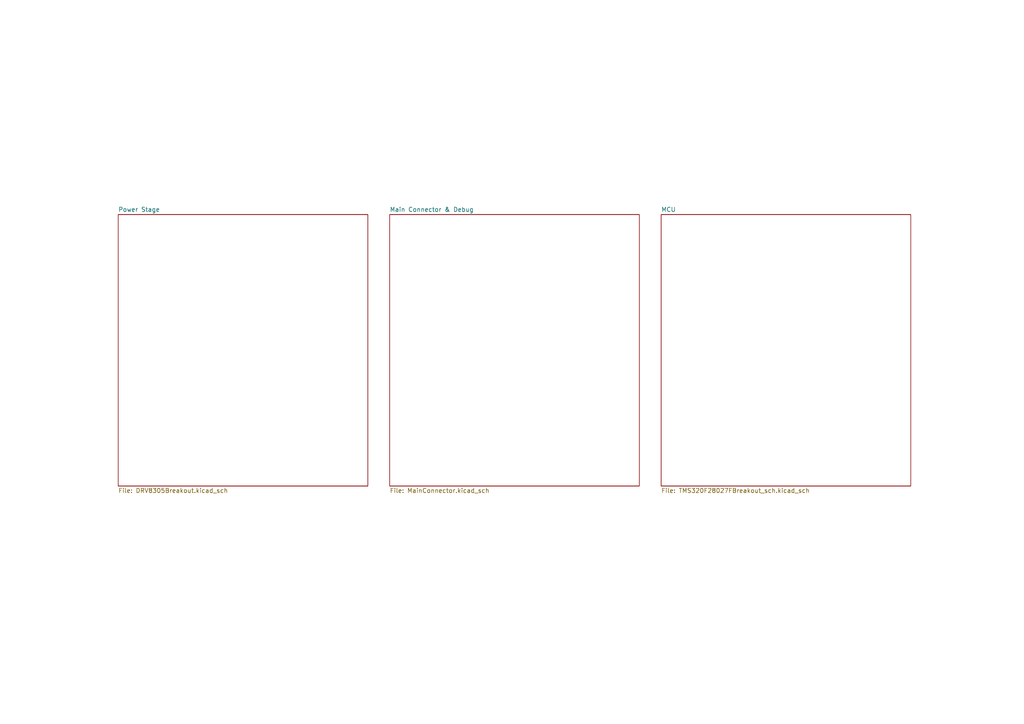
<source format=kicad_sch>
(kicad_sch
	(version 20231120)
	(generator "eeschema")
	(generator_version "8.0")
	(uuid "6c304649-7c80-4a4c-b925-07b9210ad53d")
	(paper "A4")
	(title_block
		(title "Easy BLDC")
		(date "2024-08-06")
		(rev "2.0")
		(company "Peter Buckley Engineering")
	)
	(lib_symbols)
	(sheet
		(at 113.03 62.23)
		(size 72.39 78.74)
		(fields_autoplaced yes)
		(stroke
			(width 0.1524)
			(type solid)
		)
		(fill
			(color 0 0 0 0.0000)
		)
		(uuid "22fb4715-9f33-45f1-b8d4-9537d945fe69")
		(property "Sheetname" "Main Connector & Debug"
			(at 113.03 61.5184 0)
			(effects
				(font
					(size 1.27 1.27)
				)
				(justify left bottom)
			)
		)
		(property "Sheetfile" "MainConnector.kicad_sch"
			(at 113.03 141.5546 0)
			(effects
				(font
					(size 1.27 1.27)
				)
				(justify left top)
			)
		)
		(instances
			(project "EasyBLDCV4_STSPIN32F0A"
				(path "/6c304649-7c80-4a4c-b925-07b9210ad53d"
					(page "1")
				)
			)
		)
	)
	(sheet
		(at 191.77 62.23)
		(size 72.39 78.74)
		(fields_autoplaced yes)
		(stroke
			(width 0.1524)
			(type solid)
		)
		(fill
			(color 0 0 0 0.0000)
		)
		(uuid "8049925a-2faa-4187-b86e-b6208aed2e10")
		(property "Sheetname" "MCU"
			(at 191.77 61.5184 0)
			(effects
				(font
					(size 1.27 1.27)
				)
				(justify left bottom)
			)
		)
		(property "Sheetfile" "TMS320F28027FBreakout_sch.kicad_sch"
			(at 191.77 141.5546 0)
			(effects
				(font
					(size 1.27 1.27)
				)
				(justify left top)
			)
		)
		(instances
			(project "EasyBLDCV4_STSPIN32F0A"
				(path "/6c304649-7c80-4a4c-b925-07b9210ad53d"
					(page "3")
				)
			)
		)
	)
	(sheet
		(at 34.29 62.23)
		(size 72.39 78.74)
		(fields_autoplaced yes)
		(stroke
			(width 0.1524)
			(type solid)
		)
		(fill
			(color 0 0 0 0.0000)
		)
		(uuid "8a0cf24a-00c0-47a8-b582-1a7bbe5ca078")
		(property "Sheetname" "Power Stage"
			(at 34.29 61.5184 0)
			(effects
				(font
					(size 1.27 1.27)
				)
				(justify left bottom)
			)
		)
		(property "Sheetfile" "DRV8305Breakout.kicad_sch"
			(at 34.29 141.5546 0)
			(effects
				(font
					(size 1.27 1.27)
				)
				(justify left top)
			)
		)
		(instances
			(project "EasyBLDCV4_STSPIN32F0A"
				(path "/6c304649-7c80-4a4c-b925-07b9210ad53d"
					(page "2")
				)
			)
		)
	)
	(sheet_instances
		(path "/"
			(page "1")
		)
	)
)

</source>
